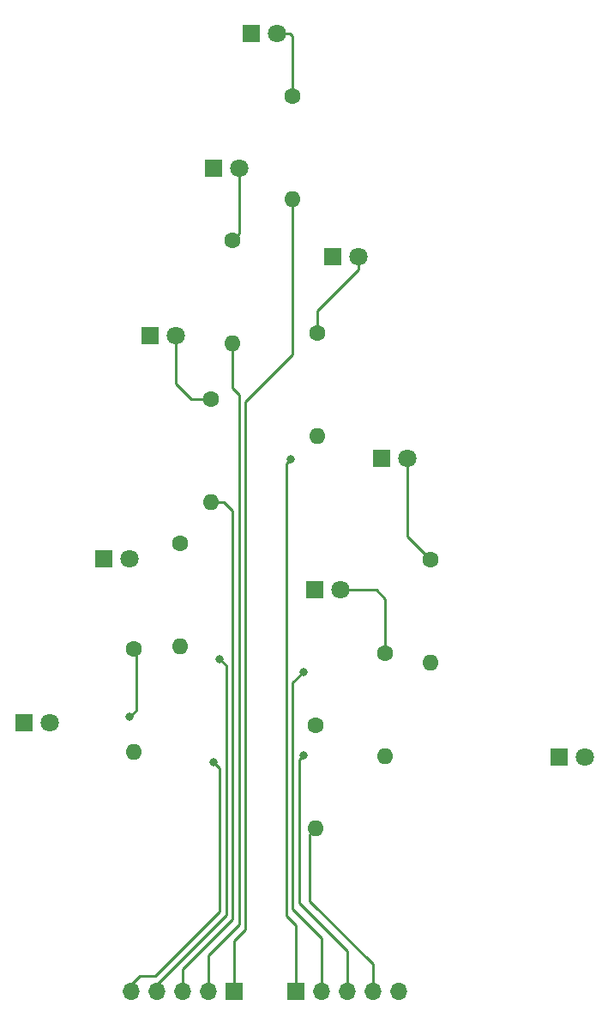
<source format=gbl>
G04 #@! TF.GenerationSoftware,KiCad,Pcbnew,(5.1.5)-3*
G04 #@! TF.CreationDate,2020-10-31T02:18:59+01:00*
G04 #@! TF.ProjectId,Christmas A,43687269-7374-46d6-9173-20412e6b6963,rev?*
G04 #@! TF.SameCoordinates,Original*
G04 #@! TF.FileFunction,Copper,L2,Bot*
G04 #@! TF.FilePolarity,Positive*
%FSLAX46Y46*%
G04 Gerber Fmt 4.6, Leading zero omitted, Abs format (unit mm)*
G04 Created by KiCad (PCBNEW (5.1.5)-3) date 2020-10-31 02:18:59*
%MOMM*%
%LPD*%
G04 APERTURE LIST*
%ADD10C,1.600000*%
%ADD11O,1.600000X1.600000*%
%ADD12C,1.800000*%
%ADD13R,1.800000X1.800000*%
%ADD14R,1.700000X1.700000*%
%ADD15O,1.700000X1.700000*%
%ADD16C,0.800000*%
%ADD17C,0.250000*%
G04 APERTURE END LIST*
D10*
X107505500Y-60071000D03*
D11*
X107505500Y-70231000D03*
D10*
X101536500Y-74295000D03*
D11*
X101536500Y-84455000D03*
D10*
X99441000Y-89916000D03*
D11*
X99441000Y-100076000D03*
D10*
X96393000Y-104140000D03*
D11*
X96393000Y-114300000D03*
D10*
X91821000Y-114617500D03*
D11*
X91821000Y-124777500D03*
D10*
X109918500Y-83439000D03*
D11*
X109918500Y-93599000D03*
D10*
X121094500Y-105791000D03*
D11*
X121094500Y-115951000D03*
D10*
X116649500Y-114998500D03*
D11*
X116649500Y-125158500D03*
D10*
X109791500Y-122110500D03*
D11*
X109791500Y-132270500D03*
D12*
X96012000Y-83693000D03*
D13*
X93472000Y-83693000D03*
D12*
X102235000Y-67183000D03*
D13*
X99695000Y-67183000D03*
D12*
X91440000Y-105727500D03*
D13*
X88900000Y-105727500D03*
D12*
X83502500Y-121856500D03*
D13*
X80962500Y-121856500D03*
D12*
X113982500Y-75882500D03*
D13*
X111442500Y-75882500D03*
D12*
X118808500Y-95821500D03*
D13*
X116268500Y-95821500D03*
D12*
X112204500Y-108775500D03*
D13*
X109664500Y-108775500D03*
D12*
X136334500Y-125222000D03*
D13*
X133794500Y-125222000D03*
D14*
X101727000Y-148336000D03*
D15*
X99187000Y-148336000D03*
X96647000Y-148336000D03*
X94107000Y-148336000D03*
X91567000Y-148336000D03*
X117983000Y-148336000D03*
X115443000Y-148336000D03*
X112903000Y-148336000D03*
X110363000Y-148336000D03*
D14*
X107823000Y-148336000D03*
D13*
X103441500Y-53911500D03*
D12*
X105981500Y-53911500D03*
D16*
X91440000Y-121285000D03*
X99695000Y-125730000D03*
X100330000Y-115570000D03*
X108585000Y-125095000D03*
X108585000Y-116840000D03*
X107315000Y-95885000D03*
D17*
X102235000Y-73596500D02*
X101536500Y-74295000D01*
X102235000Y-67183000D02*
X102235000Y-73596500D01*
X97536000Y-89916000D02*
X99441000Y-89916000D01*
X96012000Y-83693000D02*
X96012000Y-88392000D01*
X96012000Y-88392000D02*
X97536000Y-89916000D01*
X91440000Y-121285000D02*
X92075000Y-120650000D01*
X92075000Y-114871500D02*
X91821000Y-114617500D01*
X92075000Y-120650000D02*
X92075000Y-114871500D01*
X109918500Y-81216500D02*
X109918500Y-83439000D01*
X113982500Y-75882500D02*
X113982500Y-77152500D01*
X113982500Y-77152500D02*
X109918500Y-81216500D01*
X118808500Y-103505000D02*
X118808500Y-95821500D01*
X121094500Y-105791000D02*
X118808500Y-103505000D01*
X116649500Y-114998500D02*
X116649500Y-109664500D01*
X115760500Y-108775500D02*
X112204500Y-108775500D01*
X116649500Y-109664500D02*
X115760500Y-108775500D01*
X100330000Y-140462000D02*
X100330000Y-126365000D01*
X92424991Y-146843009D02*
X92574871Y-146812000D01*
X100330000Y-126365000D02*
X99695000Y-125730000D01*
X92574871Y-146812000D02*
X93980000Y-146812000D01*
X91567000Y-147701000D02*
X92424991Y-146843009D01*
X91567000Y-148336000D02*
X91567000Y-147701000D01*
X93980000Y-146812000D02*
X100330000Y-140462000D01*
X100965000Y-140843000D02*
X94107000Y-147701000D01*
X100330000Y-115570000D02*
X100965000Y-116205000D01*
X94107000Y-147701000D02*
X94107000Y-148336000D01*
X100965000Y-116205000D02*
X100965000Y-140843000D01*
X99441000Y-100076000D02*
X100711000Y-100076000D01*
X100711000Y-100076000D02*
X101600000Y-100965000D01*
X96647000Y-148336000D02*
X96647000Y-146177000D01*
X96647000Y-146177000D02*
X101600000Y-141224000D01*
X101600000Y-100965000D02*
X101600000Y-141224000D01*
X99187000Y-144780000D02*
X99187000Y-148336000D01*
X102235000Y-89535000D02*
X102235000Y-141732000D01*
X102235000Y-141732000D02*
X99187000Y-144780000D01*
X101536500Y-84455000D02*
X101536500Y-88836500D01*
X101536500Y-88836500D02*
X102235000Y-89535000D01*
X102870000Y-142240000D02*
X101727000Y-143383000D01*
X107505500Y-70231000D02*
X107505500Y-85534500D01*
X101727000Y-143383000D02*
X101727000Y-148336000D01*
X102870000Y-90170000D02*
X102870000Y-142240000D01*
X107505500Y-85534500D02*
X102870000Y-90170000D01*
X115443000Y-145669000D02*
X115443000Y-148336000D01*
X109220000Y-139446000D02*
X115443000Y-145669000D01*
X109791500Y-132270500D02*
X109220000Y-132842000D01*
X109220000Y-132842000D02*
X109220000Y-139446000D01*
X112903000Y-144399000D02*
X112903000Y-148336000D01*
X108185001Y-139681001D02*
X112903000Y-144399000D01*
X108585000Y-125095000D02*
X108185001Y-125494999D01*
X108185001Y-125494999D02*
X108185001Y-139681001D01*
X107499989Y-140265989D02*
X110363000Y-143129000D01*
X108585000Y-116840000D02*
X107499989Y-117925011D01*
X110363000Y-143129000D02*
X110363000Y-148336000D01*
X107499989Y-117925011D02*
X107499989Y-140265989D01*
X106915001Y-96284999D02*
X107315000Y-95885000D01*
X107823000Y-148336000D02*
X107823000Y-141859000D01*
X106915001Y-140951001D02*
X106915001Y-96284999D01*
X107823000Y-141859000D02*
X106915001Y-140951001D01*
X107505500Y-54162708D02*
X107505500Y-58939630D01*
X107505500Y-58939630D02*
X107505500Y-60071000D01*
X107254292Y-53911500D02*
X107505500Y-54162708D01*
X105981500Y-53911500D02*
X107254292Y-53911500D01*
M02*

</source>
